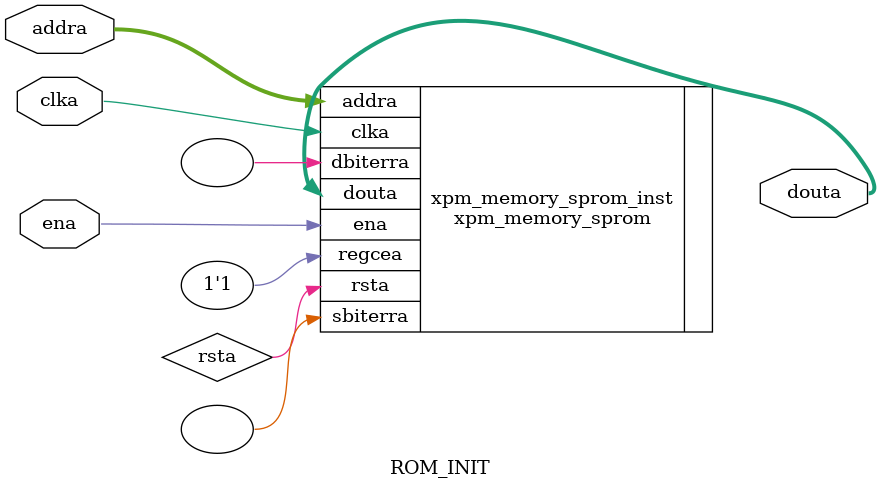
<source format=v>
`timescale 1ns / 1ps


module ROM_INIT(
    input [7:0] addra,
    input clka,
    input ena,
    output [7:0] douta
    );
    
    // xpm_memory_sprom: Single Port ROM
    // Xilinx Parameterized Macro, version 2018.3
    xpm_memory_sprom #(
    .ADDR_WIDTH_A(8), // DECIMAL
    .AUTO_SLEEP_TIME(0), // DECIMAL
    .ECC_MODE("no_ecc"), // String
    .MEMORY_INIT_FILE("ROM_initialization.mem"), // String
    .MEMORY_INIT_PARAM(""), // String
    .MEMORY_OPTIMIZATION("true"), // String
    .MEMORY_PRIMITIVE("auto"), // String
    .MEMORY_SIZE(2048), // DECIMAL
    .MESSAGE_CONTROL(0), // DECIMAL
    .READ_DATA_WIDTH_A(8), // DECIMAL
    .READ_LATENCY_A(2), // DECIMAL
    .READ_RESET_VALUE_A("0"), // String
    .RST_MODE_A("SYNC"), // String
    .USE_MEM_INIT(1), // DECIMAL
    .WAKEUP_TIME("disable_sleep") // String
    )
    xpm_memory_sprom_inst (
    .dbiterra(), // 1-bit output: Leave open.
    .douta(douta), // READ_DATA_WIDTH_A-bit output: Data output for port A read operations.
    .sbiterra(), // 1-bit output: Leave open.
    .addra(addra), // ADDR_WIDTH_A-bit input: Address for port A read operations.
    .clka(clka), // 1-bit input: Clock signal for port A.
    .ena(ena), // 1-bit input: Memory enable signal for port A. Must be high on clock
    // cycles when read operations are initiated. Pipelined internally.
    //.injectdbiterra(injectdbiterra), // 1-bit input: Do not change from the provided value.
    //.injectsbiterra(injectsbiterra), // 1-bit input: Do not change from the provided value.
    .regcea(1'b1), // 1-bit input: Do not change from the provided value.
    .rsta(rsta) // 1-bit input: Reset signal for the final port A output register stage.
    // Synchronously resets output port douta to the value specified by
    // parameter READ_RESET_VALUE_A.
    //.sleep(sleep) // 1-bit input: sleep signal to enable the dynamic power saving feature.
    );
    // End of xpm_memory_sprom_inst instantiation
    
endmodule

</source>
